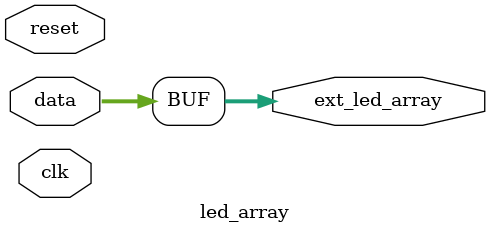
<source format=v>
/*
  Copyright (c) 2015, miya
  All rights reserved.

  Redistribution and use in source and binary forms, with or without modification, are permitted provided that the following conditions are met:

  1. Redistributions of source code must retain the above copyright notice, this list of conditions and the following disclaimer.

  2. Redistributions in binary form must reproduce the above copyright notice, this list of conditions and the following disclaimer in the documentation and/or other materials provided with the distribution.
 
  THIS SOFTWARE IS PROVIDED BY THE COPYRIGHT HOLDERS AND CONTRIBUTORS "AS IS" AND ANY EXPRESS OR IMPLIED WARRANTIES, INCLUDING, BUT NOT LIMITED TO, THE IMPLIED WARRANTIES OF MERCHANTABILITY AND FITNESS FOR A PARTICULAR PURPOSE ARE DISCLAIMED.
  IN NO EVENT SHALL THE COPYRIGHT OWNER OR CONTRIBUTORS BE LIABLE FOR ANY DIRECT, INDIRECT, INCIDENTAL, SPECIAL, EXEMPLARY, OR CONSEQUENTIAL DAMAGES (INCLUDING, BUT NOT LIMITED TO,
  PROCUREMENT OF SUBSTITUTE GOODS OR SERVICES; LOSS OF USE, DATA, OR PROFITS; OR BUSINESS INTERRUPTION) HOWEVER CAUSED AND ON ANY THEORY OF LIABILITY, WHETHER IN CONTRACT, STRICT LIABILITY, OR TORT (INCLUDING NEGLIGENCE OR OTHERWISE) ARISING IN ANY WAY OUT OF THE USE OF THIS SOFTWARE, EVEN IF ADVISED OF THE POSSIBILITY OF SUCH DAMAGE.
*/

module led_array
  (
   input         clk,
   input         reset,
   input [31:0]  data,
   output [31:0] ext_led_array
   );

  assign ext_led_array = data;

endmodule

</source>
